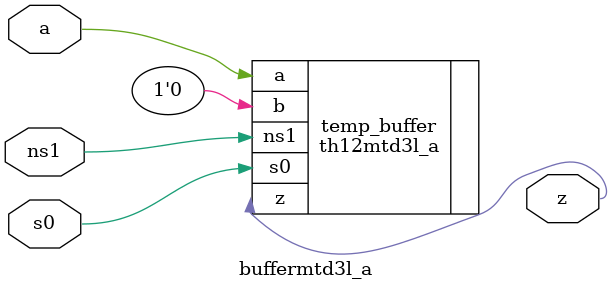
<source format=v>

`ifndef POLY_TRANS_GATE
`define POLY_TRANS_GATE
`define POLY_TRANS_DP  			#0.001

`timescale 1ns/1ps
`celldefine
module th12m_th22m (vdd_sel, a, b, s, z);
output z;
input vdd_sel, a, b, s;
reg z;
always @ (vdd_sel or a or b or s) begin
	// th12m (high)
	if (vdd_sel == 1) begin
		if (s == 1)
			z <= 0;
		else if ((a == 1) | (b == 1))
			z <= 1;
		else
			z <= 0;
	end
	// th22m (low)
	else if (vdd_sel == 0) begin
		if (s == 1)
			z <= 0;
		else if ((a == 1) & (b == 1))
			z <= 1;
		else
			z <= 0;
	end
end
endmodule // th12m_th22m
`endcelldefine

/////////////////////////////////////
//th33w2m_th33m
////////////////////////////////////
`timescale 1ns/1ps
`celldefine
module th33w2m_th33m (vdd_sel, a, b, c, s, z);
output z;
input vdd_sel, a, b, c, s;
reg z;
always @ (vdd_sel or a or b or c or s) begin
	// th33w2m (high)
	if (vdd_sel == 1) begin
		if (s == 1)
			z <= 0;
		else if ( ((a == 1) & (b == 1)) | ((a == 1) & (c == 1)) )
			z <= 1;
		else
			z <= 0;
	end
	// th33m (low)
	else if (vdd_sel == 0) begin
		if (s == 1)
			z <= 0;
		else if ((a == 1) & (b == 1) & (c == 1))
			z <= 1;
		else 
			z <= 0;
	end
end
endmodule // th33w2m_th33m
`endcelldefine

/////////////////////////////////////
//th24w22m_th24w2m
////////////////////////////////////
`timescale 1ns/1ps
`celldefine
module th24w22m_th24w2m (vdd_sel, a, b, c, d, s, z);
output z;
input vdd_sel, a, b, c, d, s;
reg z;
always @ (vdd_sel or a or b or c or d or s) begin
	// th24w22m (high)
	if (vdd_sel == 1) begin
		if (s == 1)
			z <= 0;
		else if ( (a == 1) | (b == 1) | ((c == 1) & (d == 1)) )
			z <= 1;
		else
			z <= 0;
	end
	// th24w2m (low)
	else if (vdd_sel == 0) begin
		if (s == 1)
			z <= 0;
		else if ( (a == 1) | ((b == 1) & (c == 1)) | ((b == 1) & (d == 1)) | ((c == 1) & (d == 1)) )
			z <= 1;
		else 
			z <= 0;
	end
end
endmodule // th24w22m_th24w2m
`endcelldefine

/////////////////////////////////////
//th54w322m_th44w22m
////////////////////////////////////
`timescale 1ns/1ps
`celldefine
module th54w322m_th44w22m (vdd_sel, a, b, c, d, s, z);
output z;
input vdd_sel, a, b, c, d, s;
reg z;
always @ (vdd_sel or a or b or c or d or s) begin
	// th54w322m (high)
	if (vdd_sel == 1) begin
		if (s == 1)
			z <= 0;
		else if ( ((a == 1) & (b == 1)) | ((a == 1) & (c == 1)) | ((b == 1) & (c == 1) & (d == 1)) )
			z <= 1;
		else
			z <= 0;
	end
	// th44w22m (low)
	else if (vdd_sel == 0) begin
		if (s == 1)
			z <= 0;
		else if ( ((a == 1) & (b == 1)) | ((a == 1) & (c == 1) & (d == 1)) | ((b == 1) & (c == 1) & (d == 1)) )
			z <= 1;
		else 
			z <= 0;
	end
end
endmodule // th54w322m_th44w22m
`endcelldefine

/////////////////////////////////////
//thxor0mtd3l_th54w32mtd3l
////////////////////////////////////
`timescale 1ns/1ps
`celldefine
module thxor0mtd3l_th54w32mtd3l (vdd_sel, a, b, c, d, s0, ns1, z);
output z;
input vdd_sel, a, b, c, d, s0, ns1;
reg z;
always @ (vdd_sel or a or b or c or d or s0 or ns1) begin
	// thxor0mtd3l (high)
	if (vdd_sel == 1) begin
		if (s0 == 1)
			z <= 0;
		else if (ns1 == 0)
			z <= 1;
		else if ( ((a == 1) & (b == 1)) | ((c == 1) & (d == 1)) )
			z <= 1;
		else
			z <= 0;
	end
	// th54w32mtd3l (low)
	else if (vdd_sel == 0) begin
		if (s0 == 1)
			z <= 0;
		else if (ns1 == 0)
			z <= 1;
		else if ( ((a == 1) & (b == 1)) | ((a == 1) & (c == 1) & (d == 1)) )
			z <= 1;
		else 
			z <= 0;
	end
end
endmodule // thxor0mtd3l_th54w32mtd3l
`endcelldefine

/////////////////////////////////////
//transmission_gate
////////////////////////////////////
`timescale 1ns/1ps
`celldefine
module transmission_gate (control, a, z);
output z;
input control, a;
reg z;
always @ (control or a) begin
	if (control == 1)
		#5 z <= a;
	else if (control == 0)
		#3 z <= 1'bz;
end
endmodule // transmission_gate
`endcelldefine

/////////////////////////////////////
//buffermtd3l_a
////////////////////////////////////
`timescale 1ns/1ps
`celldefine
module buffermtd3l_a (a, s0, ns1, z);
output z;
input a, s0, ns1;
th12mtd3l_a temp_buffer(.a(a), .b(1'b0), .s0(s0), .ns1(ns1), .z(z));
endmodule // buffermtd3l_a
`endcelldefine

`endif
</source>
